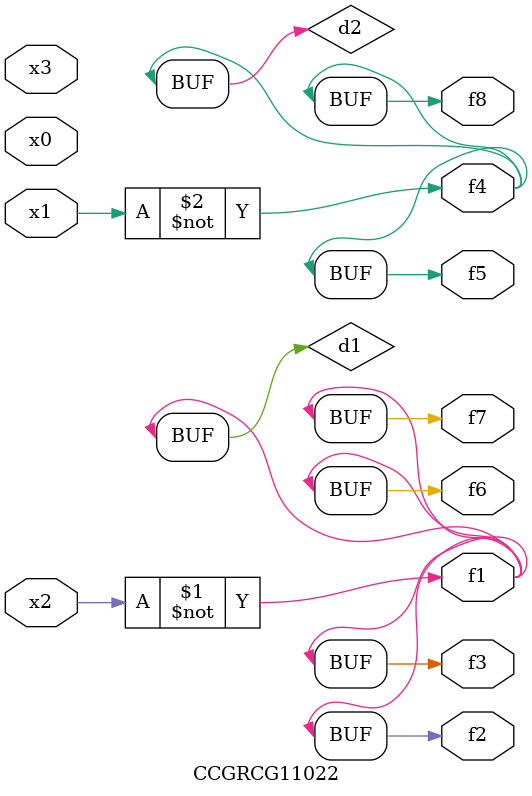
<source format=v>
module CCGRCG11022(
	input x0, x1, x2, x3,
	output f1, f2, f3, f4, f5, f6, f7, f8
);

	wire d1, d2;

	xnor (d1, x2);
	not (d2, x1);
	assign f1 = d1;
	assign f2 = d1;
	assign f3 = d1;
	assign f4 = d2;
	assign f5 = d2;
	assign f6 = d1;
	assign f7 = d1;
	assign f8 = d2;
endmodule

</source>
